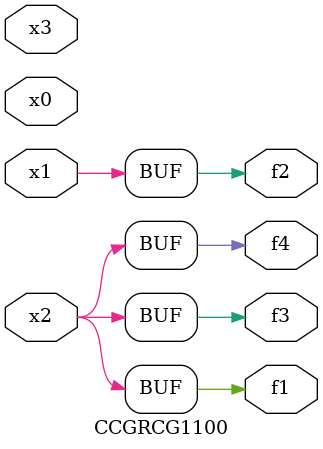
<source format=v>
module CCGRCG1100(
	input x0, x1, x2, x3,
	output f1, f2, f3, f4
);
	assign f1 = x2;
	assign f2 = x1;
	assign f3 = x2;
	assign f4 = x2;
endmodule

</source>
